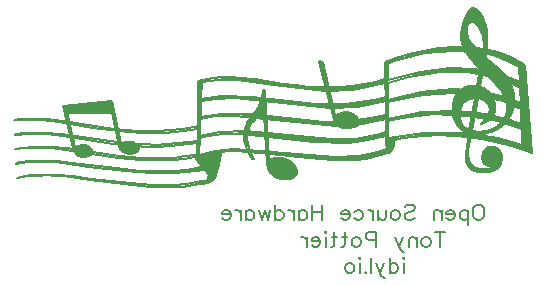
<source format=gbr>
G04 DipTrace 3.1.0.1*
G04 tas5806mROUTE.BottomSilk.gbr*
%MOIN*%
G04 #@! TF.FileFunction,Legend,Bot*
G04 #@! TF.Part,Single*
%ADD18C,0.007874*%
%ADD66C,0.00772*%
%FSLAX26Y26*%
G04*
G70*
G90*
G75*
G01*
G04 BotSilk*
%LPD*%
X740161Y962625D2*
D18*
X909852Y944096D1*
X948214Y941709D1*
X985533Y940836D1*
X1022101Y941789D1*
X1058202Y944873D1*
X1094134Y950398D1*
X1111142Y953927D1*
X1120168Y956554D1*
X1126654Y959755D1*
X1130850Y963461D1*
X1133013Y967606D1*
X1133396Y972125D1*
X1132255Y976946D1*
X1129841Y982007D1*
X1126412Y987238D1*
X1122223Y992572D1*
X1056887Y984684D1*
X1018783Y981948D1*
X980105Y981079D1*
X940651Y981869D1*
X858614Y987594D1*
X733289Y1002324D1*
X649995Y1015033D1*
X623024Y1017677D1*
X594108Y1019220D1*
X563501Y1019222D1*
X531458Y1017236D1*
X492484Y1011862D1*
X491839Y1014615D1*
X505178Y1016923D1*
X538113Y1020923D1*
X569774Y1022747D1*
X599917Y1022794D1*
X628299Y1021461D1*
X678794Y1016236D1*
X823597Y997186D1*
X906177Y989915D1*
X945531Y988142D1*
X983972Y987873D1*
X1021783Y989302D1*
X1059251Y992626D1*
X1096655Y998041D1*
X1112196Y1003680D1*
X1097440Y1020105D1*
X1094843Y1023757D1*
X1092965Y1027154D1*
X1091944Y1030259D1*
X1091925Y1033033D1*
X1089281Y1034601D1*
X1051934Y1029129D1*
X1015768Y1025713D1*
X980222Y1024181D1*
X944730Y1024360D1*
X908723Y1026075D1*
X832917Y1033419D1*
X636055Y1062146D1*
X608331Y1064706D1*
X578841Y1066083D1*
X547907Y1065852D1*
X515843Y1063587D1*
X490466Y1060175D1*
X489795Y1063010D1*
X515772Y1066560D1*
X547761Y1069025D1*
X578584Y1069600D1*
X607933Y1068663D1*
X660986Y1063773D1*
X833476Y1039428D1*
X910037Y1032448D1*
X946428Y1031004D1*
X982348Y1031146D1*
X1018390Y1033041D1*
X1055147Y1036852D1*
X1093210Y1042748D1*
X1096165Y1044315D1*
X1096706Y1081319D1*
X1038118Y1073525D1*
X1000948Y1070465D1*
X964664Y1069189D1*
X928552Y1069588D1*
X891899Y1071549D1*
X814105Y1079703D1*
X648294Y1106024D1*
X593427Y1111819D1*
X563503Y1113042D1*
X532427Y1112605D1*
X488421Y1108571D1*
X487774Y1111324D1*
X525761Y1115293D1*
X556945Y1116388D1*
X587016Y1115866D1*
X642356Y1111406D1*
X804982Y1087005D1*
X883967Y1078837D1*
X921066Y1076887D1*
X957486Y1076475D1*
X993912Y1077684D1*
X1031034Y1080600D1*
X1069535Y1085307D1*
X1096824Y1089702D1*
X1097391Y1128551D1*
X1021533Y1119094D1*
X983990Y1116407D1*
X947289Y1115315D1*
X910665Y1115806D1*
X873341Y1117865D1*
X834552Y1121476D1*
X749482Y1133301D1*
X634551Y1153323D1*
X607307Y1156639D1*
X578371Y1159037D1*
X548182Y1160129D1*
X517180Y1159522D1*
X486398Y1156903D1*
X485734Y1159735D1*
X504092Y1161612D1*
X535245Y1163206D1*
X565726Y1163093D1*
X595105Y1161618D1*
X648844Y1155951D1*
X775133Y1135232D1*
X817402Y1129608D1*
X857173Y1125572D1*
X895197Y1123118D1*
X932230Y1122241D1*
X969025Y1122932D1*
X1006336Y1125186D1*
X1044924Y1128999D1*
X1085534Y1134362D1*
X1097539Y1138690D1*
X1099770Y1289891D1*
X1115797Y1293449D1*
X1147374Y1298249D1*
X1178358Y1300669D1*
X1208345Y1301115D1*
X1236925Y1300004D1*
X1288239Y1294743D1*
X1380249Y1279702D1*
X1423706Y1273793D1*
X1464238Y1269690D1*
X1502642Y1267451D1*
X1539722Y1267134D1*
X1576277Y1268793D1*
X1613109Y1272488D1*
X1651017Y1278276D1*
X1690807Y1286211D1*
X1722564Y1293774D1*
X1721710Y1351236D1*
X1756945Y1364227D1*
X1803077Y1378257D1*
X1851421Y1389621D1*
X1901148Y1397702D1*
X1951434Y1401892D1*
X2001451Y1401579D1*
X2050374Y1396148D1*
X2097375Y1384991D1*
X2141627Y1367493D1*
X2189226Y1341320D1*
X2213356Y1046836D1*
X2174829Y1061028D1*
X2133262Y1074672D1*
X2089604Y1086113D1*
X2044270Y1095244D1*
X1997672Y1101959D1*
X1950219Y1106150D1*
X1902323Y1107710D1*
X1854400Y1106530D1*
X1806856Y1102507D1*
X1760105Y1095529D1*
X1751354Y1089428D1*
X1752268Y1083504D1*
X1751888Y1077157D1*
X1750353Y1070689D1*
X1747798Y1064400D1*
X1744360Y1058593D1*
X1740178Y1053570D1*
X1735390Y1049631D1*
X1730130Y1047079D1*
X1693678Y1037096D1*
X1657631Y1030106D1*
X1621455Y1026075D1*
X1584820Y1024560D1*
X1547400Y1025121D1*
X1468885Y1030707D1*
X1340029Y1044018D1*
X1267419Y1053235D1*
X1222139Y1055343D1*
X1197802Y1054832D1*
X1173562Y1052714D1*
X1174056Y1043400D1*
X1173046Y1032274D1*
X1167966Y1007493D1*
X1154660Y964579D1*
X1154319Y964021D1*
X1147114Y957920D1*
X1137235Y951923D1*
X1130959Y949199D1*
X1123875Y947041D1*
X1116047Y945730D1*
X1109039Y945492D1*
X1109606Y945689D1*
X1083367Y940769D1*
X1047596Y936403D1*
X1011482Y934416D1*
X974765Y934478D1*
X937185Y936251D1*
X736739Y958188D1*
X652269Y970354D1*
X625188Y972694D1*
X596110Y973832D1*
X565232Y973306D1*
X532745Y970656D1*
X494266Y964555D1*
X493867Y966262D1*
X508801Y969089D1*
X542249Y973677D1*
X574192Y975971D1*
X604441Y976386D1*
X632819Y975336D1*
X683218Y970503D1*
X740161Y962625D1*
X1730303Y1226635D2*
X1842932Y1252256D1*
X1950454Y1260610D1*
X2038626Y1254760D1*
X2108726Y1239820D1*
X2164219Y1219192D1*
X2173518Y1214749D1*
X2171306Y1265017D1*
X2123887Y1288356D1*
X2065929Y1306564D1*
X1993835Y1317724D1*
X1904811Y1318056D1*
X1802474Y1303018D1*
X1730374Y1282676D1*
X1730303Y1226635D1*
X1723646Y1221093D2*
X1630957Y1202404D1*
X1539953Y1197161D1*
X1222104Y1232178D1*
X1155617Y1230073D1*
X1109219Y1222445D1*
X1106890Y1167634D1*
X1173428Y1178933D1*
X1272215Y1178748D1*
X1517257Y1152253D1*
X1609752Y1154303D1*
X1690281Y1167353D1*
X1724318Y1176177D1*
X1723646Y1221093D1*
X1730291Y1218091D2*
X1730222Y1162487D1*
X1844659Y1184139D1*
X1960268Y1189114D1*
X2059108Y1179407D1*
X2138202Y1160028D1*
X2176560Y1145636D1*
X2174331Y1196299D1*
X2116432Y1220828D1*
X2043327Y1239383D1*
X1951615Y1248356D1*
X1847516Y1242980D1*
X1743906Y1222087D1*
X1730291Y1218091D1*
X1730210Y1153555D2*
X1730139Y1097455D1*
X1850129Y1115627D1*
X1981262Y1116154D1*
X2096875Y1100028D1*
X2179600Y1076564D1*
X2177366Y1127297D1*
X2098474Y1154942D1*
X1998255Y1173424D1*
X1886470Y1177028D1*
X1779673Y1164858D1*
X1730210Y1153555D1*
X1724510Y1163193D2*
X1646512Y1146080D1*
X1559573Y1139661D1*
X1221769Y1173381D1*
X1157864Y1170547D1*
X1106606Y1161052D1*
X1104243Y1105400D1*
X1168584Y1118115D1*
X1257316Y1120881D1*
X1541567Y1093567D1*
X1625301Y1096360D1*
X1692231Y1107846D1*
X1725197Y1116954D1*
X1724510Y1163193D1*
X1351189Y1273919D2*
X1231551Y1292358D1*
X1163396Y1292839D1*
X1111913Y1285895D1*
X1109542Y1230112D1*
X1175916Y1239760D1*
X1281428Y1236760D1*
X1490014Y1211181D1*
X1587269Y1211823D1*
X1685402Y1226461D1*
X1723429Y1235688D1*
X1722765Y1280306D1*
X1613844Y1259711D1*
X1523224Y1255224D1*
X1351189Y1273919D1*
X1730451Y1345864D2*
X1730381Y1290417D1*
X1837542Y1319080D1*
X1937052Y1330967D1*
X2018185Y1329029D1*
X2082251Y1318214D1*
X2132719Y1302028D1*
X2170471Y1283941D1*
X2168278Y1333825D1*
X2127820Y1356479D1*
X2080995Y1373962D1*
X2020807Y1386402D1*
X1947298Y1390076D1*
X1854967Y1380567D1*
X1753308Y1354152D1*
X1730451Y1345864D1*
X1729740Y1060239D2*
X1725285Y1084898D1*
X1725381Y1104749D1*
X1666207Y1090419D1*
X1600127Y1082936D1*
X1486419Y1085941D1*
X1242512Y1112895D1*
X1182220Y1112001D1*
X1132262Y1105110D1*
X1103945Y1098276D1*
X1101605Y1043291D1*
X1153684Y1055776D1*
X1216780Y1062286D1*
X1556398Y1036617D1*
X1630104Y1039260D1*
X1685486Y1047984D1*
X1729740Y1060239D1*
X1998806Y1269828D2*
X2012941Y1271621D1*
X2029184Y1270605D1*
X2039563Y1329814D1*
X2013694Y1355382D1*
X2005531Y1364862D1*
X1998105Y1374698D1*
X1991552Y1384970D1*
X1986016Y1395752D1*
X1981630Y1407122D1*
X1978534Y1419159D1*
X1976869Y1431940D1*
X1976773Y1445542D1*
X1978383Y1460043D1*
X1983335Y1480974D1*
X1989220Y1497406D1*
X1995710Y1510983D1*
X2002163Y1521474D1*
X2007936Y1528646D1*
X2010364Y1530915D1*
X2012379Y1532269D1*
X2013875Y1532659D1*
X2016951Y1531745D1*
X2023702Y1527759D1*
X2032454Y1519916D1*
X2038388Y1512770D1*
X2045810Y1500962D1*
X2049453Y1493483D1*
X2052874Y1484881D1*
X2055944Y1475100D1*
X2058531Y1464088D1*
X2060503Y1451789D1*
X2061728Y1438148D1*
X2062079Y1423112D1*
X2061421Y1406625D1*
X2056320Y1366127D1*
X2093455Y1335248D1*
X2112328Y1316728D1*
X2120965Y1306720D1*
X2128860Y1296122D1*
X2135853Y1284865D1*
X2141787Y1272881D1*
X2146508Y1260101D1*
X2149852Y1246457D1*
X2151663Y1231879D1*
X2151731Y1218652D1*
X2150198Y1205916D1*
X2147164Y1193529D1*
X2142713Y1181602D1*
X2136933Y1170245D1*
X2129907Y1159568D1*
X2121724Y1149682D1*
X2112469Y1140697D1*
X2102224Y1132722D1*
X2091080Y1125870D1*
X2079118Y1120249D1*
X2066429Y1115970D1*
X2048798Y1112562D1*
X2030026Y1111844D1*
X2009762Y1114231D1*
X1999071Y1053486D1*
X1998629Y1042307D1*
X1999524Y1032227D1*
X2001749Y1023259D1*
X2003361Y1019196D1*
X2005306Y1015416D1*
X2007581Y1011921D1*
X2010189Y1008713D1*
X2013984Y1005047D1*
X2019029Y1001406D1*
X2024425Y998567D1*
X2030046Y996441D1*
X2035760Y994941D1*
X2046933Y993458D1*
X2061108Y993703D1*
X2072665Y995694D1*
X2075904Y997255D1*
X2076823Y998168D1*
X2077269Y999161D1*
X2077311Y999705D1*
X2077180Y1000382D1*
X2076323Y1001730D1*
X2073622Y1003692D1*
X2065730Y1006597D1*
X2059505Y1008441D1*
X2055907Y1010490D1*
X2053022Y1013083D1*
X2050773Y1016104D1*
X2049088Y1019434D1*
X2047898Y1022959D1*
X2046707Y1030115D1*
X2047064Y1041571D1*
X2048362Y1047362D1*
X2050815Y1053096D1*
X2054222Y1058235D1*
X2058428Y1062600D1*
X2063277Y1066003D1*
X2068608Y1068262D1*
X2076517Y1069171D1*
X2083600Y1067966D1*
X2091361Y1065257D1*
X2095059Y1063261D1*
X2098534Y1060772D1*
X2101710Y1057739D1*
X2104513Y1054114D1*
X2106865Y1049849D1*
X2108694Y1044892D1*
X2109924Y1039197D1*
X2110475Y1032711D1*
X2110306Y1025803D1*
X2109659Y1021072D1*
X2108492Y1016566D1*
X2106816Y1012295D1*
X2104650Y1008274D1*
X2102000Y1004516D1*
X2098879Y1001030D1*
X2095301Y997832D1*
X2091277Y994932D1*
X2086818Y992344D1*
X2076654Y988151D1*
X2059409Y984608D1*
X2044013Y984106D1*
X2033201Y985249D1*
X2025585Y987045D1*
X2018000Y989911D1*
X2010751Y994055D1*
X2007348Y996672D1*
X2004142Y999686D1*
X1998991Y1006214D1*
X1995203Y1013446D1*
X1992552Y1021613D1*
X1991042Y1030701D1*
X1990672Y1040694D1*
X2002094Y1116152D1*
X1993887Y1119020D1*
X1984654Y1123526D1*
X1976406Y1129100D1*
X1969148Y1135730D1*
X1962896Y1143406D1*
X1957659Y1152119D1*
X1955093Y1157648D1*
X1952537Y1164615D1*
X1950589Y1171699D1*
X1948302Y1185836D1*
X1947801Y1199297D1*
X1948668Y1211318D1*
X1950470Y1221136D1*
X1953050Y1228588D1*
X1958619Y1239181D1*
X1965028Y1248302D1*
X1972261Y1255937D1*
X1980311Y1262076D1*
X1989163Y1266710D1*
X1998806Y1269828D1*
X2033299Y1473346D2*
X2019991Y1485720D1*
X2011051Y1486853D1*
X2003328Y1482682D1*
X1996416Y1472999D1*
X1994073Y1464218D1*
X1994096Y1448701D1*
X1997849Y1432762D1*
X2007294Y1414434D1*
X2047411Y1373428D1*
X2051958Y1409614D1*
X2049256Y1437157D1*
X2039080Y1464396D1*
X2033299Y1473346D1*
X2011217Y1120710D2*
X2033407Y1117816D1*
X2054360Y1119241D1*
X2064123Y1121379D1*
X2075811Y1125316D1*
X2086588Y1130496D1*
X2096365Y1136798D1*
X2105055Y1144102D1*
X2112572Y1152285D1*
X2118829Y1161226D1*
X2123738Y1170804D1*
X2127209Y1180896D1*
X2129159Y1191383D1*
X2129501Y1202142D1*
X2128144Y1213051D1*
X2125138Y1224493D1*
X2118697Y1240672D1*
X2110286Y1255685D1*
X2096612Y1274197D1*
X2048441Y1321720D1*
X2038738Y1268597D1*
X2050314Y1264122D1*
X2059677Y1258302D1*
X2067921Y1250866D1*
X2076199Y1239917D1*
X2082093Y1228084D1*
X2086575Y1212944D1*
X2088160Y1198836D1*
X2087493Y1189001D1*
X2085142Y1180967D1*
X2080573Y1172031D1*
X2074298Y1164041D1*
X2066364Y1157046D1*
X2056822Y1151092D1*
X2043592Y1145524D1*
X2059605Y1162407D1*
X2065175Y1171113D1*
X2069629Y1182112D1*
X2071720Y1192282D1*
X2071020Y1199819D1*
X2067619Y1208953D1*
X2062430Y1216803D1*
X2055517Y1223520D1*
X2047370Y1228552D1*
X2038213Y1231778D1*
X2032029Y1232799D1*
X2011012Y1120759D1*
X2011217Y1120710D1*
X1973399Y1149833D2*
X1980769Y1137724D1*
X1993173Y1127634D1*
X2003345Y1123332D1*
X2022425Y1233030D1*
X2005370Y1230088D1*
X1991424Y1223255D1*
X1979354Y1210793D1*
X1971735Y1190421D1*
X1969554Y1169539D1*
X1971400Y1155878D1*
X1973399Y1149833D1*
X1279818Y1029009D2*
X1285077Y1029325D1*
X1273180Y1051975D1*
X1267219Y1067425D1*
X1263463Y1081573D1*
X1261617Y1094430D1*
X1261597Y1109587D1*
X1263720Y1122497D1*
X1267276Y1133192D1*
X1272996Y1144142D1*
X1279908Y1153327D1*
X1289609Y1162417D1*
X1299744Y1168971D1*
X1309518Y1173109D1*
X1319573Y1175072D1*
X1329846Y1011577D1*
X1332361Y999723D1*
X1335924Y990276D1*
X1340226Y982921D1*
X1344957Y977348D1*
X1351398Y972144D1*
X1362810Y966341D1*
X1379390Y962736D1*
X1396808Y962190D1*
X1413630Y965529D1*
X1423010Y970846D1*
X1426207Y974448D1*
X1428064Y979008D1*
X1428341Y986060D1*
X1426927Y992180D1*
X1422592Y1001299D1*
X1415810Y1010318D1*
X1406930Y1018446D1*
X1398545Y1023776D1*
X1389219Y1027623D1*
X1377161Y1029957D1*
X1353461Y1029495D1*
X1335875Y1026290D1*
X1321923Y1256807D1*
X1314646Y1256367D1*
X1314256Y1243699D1*
X1312387Y1232113D1*
X1307987Y1218147D1*
X1300176Y1202688D1*
X1263346Y1152251D1*
X1260280Y1146068D1*
X1257638Y1139184D1*
X1254110Y1125514D1*
X1252652Y1112114D1*
X1252936Y1099146D1*
X1254633Y1086774D1*
X1259113Y1069697D1*
X1266980Y1050549D1*
X1279818Y1029009D1*
X707530Y1036760D2*
X719009Y1035585D1*
X733530Y1037829D1*
X741568Y1041551D1*
X745449Y1045052D1*
X746923Y1047760D1*
X747290Y1051651D1*
X746268Y1055639D1*
X743458Y1060546D1*
X737820Y1066441D1*
X730331Y1071291D1*
X723379Y1073858D1*
X711908Y1074671D1*
X688415Y1068345D1*
X661332Y1183707D1*
X813008Y1181680D1*
X833545Y1073970D1*
X835520Y1067916D1*
X837948Y1062937D1*
X840722Y1058920D1*
X845293Y1054445D1*
X850029Y1051491D1*
X864579Y1047331D1*
X879379Y1047732D1*
X890652Y1050954D1*
X896730Y1054932D1*
X898941Y1057577D1*
X899958Y1060341D1*
X899659Y1065215D1*
X897831Y1069547D1*
X894219Y1074441D1*
X887776Y1080018D1*
X881421Y1083526D1*
X874308Y1085723D1*
X861214Y1085739D1*
X841163Y1079803D1*
X811945Y1222097D1*
X649991Y1205659D1*
X684360Y1059646D1*
X687622Y1051605D1*
X691507Y1045797D1*
X695726Y1041815D1*
X701381Y1038643D1*
X707530Y1036760D1*
X1556563Y1175458D2*
X1556286Y1175331D1*
X1514692Y1352463D1*
X1501013Y1353316D1*
X1552612Y1160472D1*
X1558046Y1149626D1*
X1564290Y1142239D1*
X1572556Y1136617D1*
X1588605Y1132092D1*
X1614075Y1134328D1*
X1627005Y1140131D1*
X1632682Y1145962D1*
X1634146Y1151356D1*
X1632714Y1158471D1*
X1627362Y1167033D1*
X1617749Y1175615D1*
X1606408Y1181386D1*
X1588056Y1183715D1*
X1556563Y1175458D1*
X1998693Y1270314D2*
X2014808Y1272152D1*
X2028514Y1271194D1*
X2039125Y1329525D1*
X2014049Y1354252D1*
X2001865Y1368707D1*
X1991500Y1384056D1*
X1987150Y1392151D1*
X1983433Y1400568D1*
X1980413Y1409344D1*
X1978147Y1418510D1*
X1976696Y1428102D1*
X1976119Y1438152D1*
X1976478Y1448694D1*
X1977831Y1459762D1*
X1981618Y1476815D1*
X1988369Y1496630D1*
X1996028Y1512550D1*
X2003558Y1524193D1*
X2007993Y1529390D1*
X2011598Y1532403D1*
X2012993Y1533055D1*
X2013951Y1533152D1*
X2017562Y1532035D1*
X2025692Y1526849D1*
X2033794Y1519189D1*
X2041118Y1509756D1*
X2046776Y1500196D1*
X2052186Y1488167D1*
X2056891Y1473482D1*
X2060437Y1455951D1*
X2062366Y1435388D1*
X2062223Y1411601D1*
X2056755Y1366472D1*
X2099533Y1330333D1*
X2113612Y1316066D1*
X2126316Y1300581D1*
X2131984Y1292310D1*
X2137100Y1283646D1*
X2141598Y1274558D1*
X2145413Y1265017D1*
X2148472Y1254993D1*
X2150709Y1244458D1*
X2152055Y1233381D1*
X2152394Y1223054D1*
X2151780Y1213286D1*
X2150272Y1203681D1*
X2147915Y1194287D1*
X2144739Y1185154D1*
X2140782Y1176327D1*
X2136085Y1167854D1*
X2130682Y1159785D1*
X2124614Y1152167D1*
X2117913Y1145047D1*
X2110619Y1138475D1*
X2102772Y1132496D1*
X2094404Y1127160D1*
X2085554Y1122514D1*
X2076260Y1118608D1*
X2058030Y1113488D1*
X2038341Y1111310D1*
X2010429Y1113593D1*
X2009903Y1112273D1*
X1999597Y1053752D1*
X1999156Y1041217D1*
X2000419Y1030092D1*
X2002203Y1023467D1*
X2004744Y1017483D1*
X2008033Y1012147D1*
X2012155Y1007386D1*
X2015732Y1004277D1*
X2019568Y1001659D1*
X2023600Y999492D1*
X2032033Y996365D1*
X2040584Y994589D1*
X2052646Y993795D1*
X2071198Y995781D1*
X2075114Y997323D1*
X2076479Y998549D1*
X2076815Y999549D1*
X2076677Y1000298D1*
X2075797Y1001551D1*
X2072270Y1003824D1*
X2059517Y1007911D1*
X2055469Y1010251D1*
X2052108Y1013444D1*
X2049458Y1017445D1*
X2047542Y1022203D1*
X2046382Y1027671D1*
X2046117Y1037093D1*
X2047387Y1045801D1*
X2049951Y1052517D1*
X2053797Y1058496D1*
X2058693Y1063463D1*
X2062420Y1066080D1*
X2066444Y1068046D1*
X2075369Y1069710D1*
X2082285Y1068783D1*
X2088285Y1067070D1*
X2094093Y1064424D1*
X2099445Y1060676D1*
X2101867Y1058333D1*
X2104076Y1055651D1*
X2106037Y1052608D1*
X2107720Y1049180D1*
X2109092Y1045346D1*
X2110117Y1041087D1*
X2110764Y1036379D1*
X2110811Y1025883D1*
X2109638Y1018723D1*
X2107278Y1012097D1*
X2103780Y1006049D1*
X2099180Y1000621D1*
X2093524Y995857D1*
X2086857Y991801D1*
X2079218Y988495D1*
X2059017Y984068D1*
X2041272Y983761D1*
X2030017Y985377D1*
X2021285Y987982D1*
X2012802Y992123D1*
X2007507Y995890D1*
X2002654Y1000567D1*
X1998850Y1005521D1*
X1995801Y1010904D1*
X1992453Y1019987D1*
X1990587Y1030259D1*
X1990198Y1041701D1*
X2000997Y1112630D1*
X2000016Y1116269D1*
X1988887Y1120713D1*
X1979016Y1126534D1*
X1970415Y1133718D1*
X1963102Y1142253D1*
X1957096Y1152126D1*
X1953081Y1161423D1*
X1949911Y1172198D1*
X1948021Y1182951D1*
X1947177Y1198366D1*
X1948175Y1212000D1*
X1950382Y1222818D1*
X1952346Y1228239D1*
X1958723Y1240301D1*
X1966186Y1250454D1*
X1971757Y1256155D1*
X1977798Y1260996D1*
X1984303Y1264972D1*
X1991272Y1268080D1*
X1998693Y1270314D1*
X1956266Y1154982D2*
X1961192Y1145953D1*
X1967135Y1137959D1*
X1974087Y1131009D1*
X1982035Y1125113D1*
X1990969Y1120281D1*
X2002105Y1116138D1*
X1991207Y1049388D1*
X1990655Y1038675D1*
X1991247Y1028856D1*
X1992980Y1019948D1*
X1995854Y1011961D1*
X1999864Y1004912D1*
X2002303Y1001731D1*
X2005367Y998461D1*
X2008655Y995605D1*
X2015740Y991029D1*
X2023255Y987795D1*
X2034664Y985005D1*
X2054033Y984182D1*
X2070682Y986503D1*
X2078764Y988862D1*
X2083894Y990924D1*
X2088609Y993316D1*
X2092899Y996028D1*
X2096751Y999045D1*
X2100152Y1002357D1*
X2103089Y1005950D1*
X2105554Y1009812D1*
X2107530Y1013933D1*
X2109008Y1018297D1*
X2109972Y1022892D1*
X2110450Y1028349D1*
X2110346Y1035339D1*
X2109521Y1041510D1*
X2108049Y1046912D1*
X2106007Y1051593D1*
X2103467Y1055602D1*
X2100510Y1058991D1*
X2097207Y1061806D1*
X2093636Y1064097D1*
X2089874Y1065913D1*
X2082068Y1068320D1*
X2073461Y1069151D1*
X2069997Y1068626D1*
X2064857Y1066822D1*
X2059846Y1063747D1*
X2055428Y1059656D1*
X2051760Y1054734D1*
X2048999Y1049163D1*
X2047303Y1043126D1*
X2046581Y1035455D1*
X2046836Y1028740D1*
X2048308Y1021568D1*
X2049684Y1018105D1*
X2051579Y1014881D1*
X2054068Y1012013D1*
X2057224Y1009618D1*
X2061118Y1007815D1*
X2071522Y1004689D1*
X2075077Y1002795D1*
X2076551Y1001469D1*
X2077003Y1000794D1*
X2077256Y1000117D1*
X2077219Y998962D1*
X2076681Y997983D1*
X2074988Y996671D1*
X2068475Y994675D1*
X2055102Y993341D1*
X2044816Y993613D1*
X2033528Y995457D1*
X2027835Y997192D1*
X2022286Y999585D1*
X2017010Y1002727D1*
X2012140Y1006706D1*
X2009131Y1009930D1*
X2006654Y1013251D1*
X2004508Y1016857D1*
X2001210Y1024920D1*
X1999244Y1034106D1*
X1998609Y1044403D1*
X1999312Y1055794D1*
X2009770Y1114235D1*
X2027706Y1111951D1*
X2046537Y1112322D1*
X2061210Y1114668D1*
X2071463Y1117474D1*
X2083878Y1122289D1*
X2095530Y1128403D1*
X2106333Y1135706D1*
X2116201Y1144089D1*
X2125050Y1153438D1*
X2132793Y1163647D1*
X2139343Y1174602D1*
X2144614Y1186196D1*
X2148522Y1198315D1*
X2150979Y1210850D1*
X2151903Y1223693D1*
X2151148Y1237684D1*
X2148719Y1251888D1*
X2144822Y1265188D1*
X2139609Y1277648D1*
X2133240Y1289341D1*
X2125878Y1300333D1*
X2117675Y1310693D1*
X2099382Y1329790D1*
X2056231Y1366361D1*
X2060469Y1395836D1*
X2061806Y1413234D1*
X2062056Y1429150D1*
X2061349Y1443634D1*
X2059815Y1456745D1*
X2057588Y1468535D1*
X2054797Y1479060D1*
X2051572Y1488374D1*
X2048050Y1496531D1*
X2044356Y1503588D1*
X2036988Y1514613D1*
X2029257Y1523126D1*
X2021072Y1529542D1*
X2015278Y1532366D1*
X2013303Y1532617D1*
X2011648Y1531852D1*
X2009461Y1530136D1*
X2004025Y1524022D1*
X1997713Y1514518D1*
X1991165Y1501858D1*
X1985028Y1486272D1*
X1979944Y1467992D1*
X1977543Y1454273D1*
X1976615Y1440131D1*
X1977340Y1426860D1*
X1979581Y1414378D1*
X1983197Y1402610D1*
X1988049Y1391478D1*
X1993997Y1380904D1*
X2000907Y1370812D1*
X2008636Y1361123D1*
X2026004Y1342648D1*
X2039660Y1329701D1*
X2029178Y1270594D1*
X2014457Y1271651D1*
X2002455Y1270575D1*
X1992020Y1267822D1*
X1982924Y1263648D1*
X1974630Y1257967D1*
X1967146Y1250787D1*
X1960484Y1242119D1*
X1954657Y1231974D1*
X1952315Y1226924D1*
X1950066Y1219430D1*
X1948411Y1209121D1*
X1947780Y1196759D1*
X1948594Y1183106D1*
X1951281Y1168927D1*
X1953461Y1161877D1*
X1956266Y1154982D1*
X2021203Y1175163D2*
X2032068Y1232820D1*
X2041644Y1230823D1*
X2050462Y1226925D1*
X2058186Y1221265D1*
X2065122Y1213189D1*
X2069722Y1204175D1*
X2071618Y1196289D1*
X2071610Y1191110D1*
X2068717Y1179283D1*
X2063932Y1168864D1*
X2054651Y1156589D1*
X2043559Y1145486D1*
X2057290Y1151340D1*
X2066759Y1157341D1*
X2074619Y1164383D1*
X2080819Y1172417D1*
X2085306Y1181395D1*
X2087549Y1189316D1*
X2088060Y1201458D1*
X2085932Y1215894D1*
X2080843Y1231054D1*
X2074715Y1242243D1*
X2066079Y1252765D1*
X2057562Y1259825D1*
X2047946Y1265253D1*
X2038715Y1268644D1*
X2048444Y1321724D1*
X2085696Y1286413D1*
X2100902Y1268886D1*
X2110845Y1254804D1*
X2119147Y1239726D1*
X2125455Y1223471D1*
X2128339Y1212056D1*
X2129537Y1201156D1*
X2129049Y1190417D1*
X2126955Y1179961D1*
X2123349Y1169909D1*
X2118315Y1160385D1*
X2111938Y1151508D1*
X2104311Y1143400D1*
X2095518Y1136182D1*
X2085648Y1129976D1*
X2074783Y1124904D1*
X2054017Y1119185D1*
X2033054Y1117828D1*
X2010991Y1120790D1*
X2021203Y1175163D1*
X2127446Y1213940D2*
X2122198Y1231345D1*
X2114644Y1247416D1*
X2102546Y1265920D1*
X2075588Y1295928D1*
X2048778Y1320748D1*
X2039366Y1269425D1*
X2040572Y1268576D1*
X2053265Y1263108D1*
X2064345Y1255091D1*
X2073640Y1244668D1*
X2081349Y1231140D1*
X2086971Y1213474D1*
X2088663Y1197131D1*
X2087576Y1186913D1*
X2083680Y1176474D1*
X2078411Y1168084D1*
X2069954Y1159253D1*
X2059244Y1151844D1*
X2042119Y1144472D1*
X2060037Y1163823D1*
X2066589Y1175214D1*
X2070171Y1186152D1*
X2071256Y1194308D1*
X2069395Y1203621D1*
X2063458Y1214685D1*
X2055937Y1222550D1*
X2046684Y1228327D1*
X2036119Y1231719D1*
X2032419Y1232165D1*
X2011606Y1121127D1*
X2036560Y1118266D1*
X2059839Y1120831D1*
X2071748Y1124294D1*
X2084450Y1129898D1*
X2095840Y1137030D1*
X2105781Y1145501D1*
X2114138Y1155126D1*
X2120778Y1165713D1*
X2125563Y1177076D1*
X2127657Y1184990D1*
X2128825Y1193108D1*
X2129034Y1201377D1*
X2128236Y1209740D1*
X2127446Y1213940D1*
X2009878Y1231332D2*
X2022528Y1232946D1*
X2003016Y1123139D1*
X1987496Y1131396D1*
X1977718Y1141714D1*
X1972454Y1152361D1*
X1969652Y1167193D1*
X1972238Y1192560D1*
X1979108Y1210406D1*
X1988831Y1221298D1*
X2000521Y1228289D1*
X2009878Y1231332D1*
X1973858Y1150020D2*
X1984895Y1134211D1*
X2002907Y1123707D1*
X2021944Y1232507D1*
X2000316Y1227659D1*
X1983130Y1215041D1*
X1972717Y1192438D1*
X1970207Y1166289D1*
X1973858Y1150020D1*
X2047409Y1373421D2*
X2014682Y1404621D1*
X2002091Y1423161D1*
X1995747Y1439618D1*
X1993684Y1454654D1*
X1995427Y1470413D1*
X2001524Y1480920D1*
X2008522Y1486013D1*
X2016125Y1487100D1*
X2029398Y1478051D1*
X2042018Y1458655D1*
X2049780Y1434644D1*
X2051927Y1408126D1*
X2047409Y1373421D1*
X2032903Y1473049D2*
X2018972Y1485671D1*
X2011115Y1486356D1*
X2003030Y1481745D1*
X1996076Y1470786D1*
X1994239Y1459874D1*
X1995517Y1442882D1*
X2001644Y1425150D1*
X2018362Y1401127D1*
X2047070Y1374354D1*
X2051472Y1410828D1*
X2047753Y1441272D1*
X2032903Y1473049D1*
X1280471Y1176703D2*
X1297979Y1200106D1*
X1306173Y1215163D1*
X1311026Y1228727D1*
X1313319Y1239966D1*
X1314202Y1252247D1*
X1314135Y1256836D1*
X1322390Y1257333D1*
X1336337Y1026924D1*
X1362479Y1030756D1*
X1379717Y1030155D1*
X1389366Y1028098D1*
X1398773Y1024217D1*
X1409175Y1017308D1*
X1417739Y1008860D1*
X1424115Y999671D1*
X1427406Y992320D1*
X1428986Y984383D1*
X1428361Y978140D1*
X1426230Y973576D1*
X1419573Y967812D1*
X1407865Y963269D1*
X1394601Y961583D1*
X1373411Y963129D1*
X1361518Y966307D1*
X1351109Y971734D1*
X1344608Y976979D1*
X1339835Y982597D1*
X1335492Y990005D1*
X1331895Y999521D1*
X1329357Y1011457D1*
X1319109Y1174546D1*
X1310850Y1172991D1*
X1301848Y1169428D1*
X1292633Y1163904D1*
X1283747Y1156469D1*
X1275726Y1147169D1*
X1270604Y1139001D1*
X1265832Y1127941D1*
X1262916Y1116168D1*
X1261791Y1102161D1*
X1262555Y1090173D1*
X1265026Y1076898D1*
X1269510Y1062325D1*
X1279136Y1040852D1*
X1285929Y1028878D1*
X1279504Y1028598D1*
X1269273Y1044995D1*
X1261003Y1062972D1*
X1255714Y1079584D1*
X1253278Y1091820D1*
X1252121Y1104782D1*
X1252594Y1118293D1*
X1255045Y1132178D1*
X1257122Y1139207D1*
X1265080Y1156144D1*
X1280471Y1176703D1*
X682186Y1066340D2*
X649448Y1206104D1*
X812340Y1222639D1*
X841533Y1080516D1*
X862605Y1086428D1*
X872215Y1086549D1*
X878588Y1085131D1*
X886350Y1081525D1*
X892822Y1076570D1*
X897570Y1070927D1*
X900207Y1065059D1*
X900500Y1060714D1*
X899415Y1057407D1*
X895547Y1053281D1*
X886790Y1048930D1*
X871138Y1046541D1*
X856310Y1048643D1*
X849402Y1051241D1*
X844978Y1054045D1*
X840698Y1058150D1*
X836852Y1063864D1*
X833726Y1071490D1*
X812646Y1180949D1*
X812455Y1181190D1*
X662077Y1183199D1*
X662033Y1182899D1*
X688761Y1069052D1*
X710545Y1075042D1*
X720507Y1074942D1*
X727252Y1073164D1*
X734822Y1069276D1*
X741026Y1064152D1*
X745427Y1058457D1*
X747562Y1053097D1*
X747675Y1048810D1*
X746432Y1045571D1*
X742272Y1041437D1*
X733266Y1037230D1*
X717448Y1035068D1*
X704469Y1037050D1*
X698156Y1039633D1*
X694152Y1042417D1*
X690264Y1046521D1*
X686718Y1052262D1*
X683740Y1059961D1*
X682186Y1066340D1*
X1556633Y1176035D2*
X1588567Y1184245D1*
X1599605Y1183694D1*
X1610963Y1180054D1*
X1622503Y1172594D1*
X1630164Y1164177D1*
X1634367Y1154660D1*
X1634167Y1148213D1*
X1631316Y1143278D1*
X1621163Y1136287D1*
X1599030Y1131478D1*
X1581833Y1132839D1*
X1571412Y1136629D1*
X1563962Y1141848D1*
X1557652Y1149302D1*
X1552161Y1160244D1*
X1500356Y1353857D1*
X1515098Y1352937D1*
X1556633Y1176035D1*
X1514701Y1352463D2*
X1501022Y1353315D1*
X1552844Y1159866D1*
X1558329Y1149202D1*
X1564597Y1141961D1*
X1572852Y1136474D1*
X1588798Y1132075D1*
X1613661Y1134217D1*
X1626731Y1139938D1*
X1632573Y1145772D1*
X1634136Y1151126D1*
X1632819Y1158206D1*
X1627790Y1166518D1*
X1618369Y1175188D1*
X1607147Y1181118D1*
X1588930Y1183768D1*
X1556286Y1175331D1*
X1514701Y1352463D1*
G36*
X1500337Y1350731D2*
X1516084D1*
X1555454Y1177503D1*
X1586951Y1181440D1*
X1614509Y1177503D1*
X1634194Y1161755D1*
X1630259Y1142070D1*
X1614509Y1134196D1*
X1594824Y1130259D1*
X1575139Y1134196D1*
X1559392Y1146007D1*
X1551518Y1169629D1*
D1*
X1500337Y1350731D1*
G37*
G36*
X1334983Y1027896D2*
X1362542D1*
X1386164D1*
X1409786Y1016085D1*
X1429471Y988526D1*
X1425534Y968841D1*
X1401912Y960967D1*
X1370416D1*
X1346794Y972778D1*
X1331046Y996400D1*
X1327109Y1043644D1*
X1319234Y1173566D1*
X1303487Y1169629D1*
X1287739Y1161755D1*
X1275928Y1146007D1*
X1264117Y1126322D1*
X1260178Y1098762D1*
X1268054Y1067266D1*
X1260178D1*
X1252306Y1102699D1*
X1260178Y1146007D1*
X1291676Y1189314D1*
X1307424Y1216873D1*
X1315298Y1252306D1*
X1323172Y1256243D1*
Y1252306D1*
X1334983Y1027896D1*
G37*
G36*
X653881Y1205062D2*
X811361Y1220810D1*
X842857Y1079077D1*
X866478Y1086951D1*
X890101Y1079077D1*
X897975Y1067266D1*
Y1055455D1*
X886163Y1047581D1*
X858605D1*
X838920Y1059392D1*
X831046Y1090888D1*
X811361Y1181440D1*
X661755Y1185377D1*
X689312Y1067266D1*
X708997Y1075140D1*
X732621Y1071203D1*
X744432Y1059392D1*
Y1043644D1*
X728682Y1035770D1*
X705062D1*
X689312Y1047581D1*
X649942Y1205062D1*
D1*
X653881D1*
G37*
G36*
X2055455Y1366479D2*
X2098762Y1331046D1*
X2126320Y1299550D1*
X2146005Y1264117D1*
X2153881Y1224747D1*
X2142070Y1177503D1*
X2114510Y1142070D1*
X2083014Y1122385D1*
X2118448Y1161755D1*
X2130259Y1185377D1*
X2122385Y1232621D1*
X2086950Y1283802D1*
X2031833Y1338920D1*
X1992463Y1382227D1*
X1976715Y1425534D1*
X1980652Y1472778D1*
X1996400Y1512148D1*
X2012148Y1531833D1*
Y1484589D1*
X1996400Y1476715D1*
Y1453093D1*
X2004274Y1417660D1*
X2039707Y1378290D1*
X2047580Y1374353D1*
X2051518Y1405849D1*
X2047580Y1449156D1*
X2031833Y1472778D1*
X2012148Y1484589D1*
Y1531833D1*
X2027895Y1527896D1*
X2051518Y1488526D1*
X2063329Y1445219D1*
X2059392Y1394038D1*
D1*
X2055455Y1366479D1*
G37*
G36*
X2039707Y1327109D2*
X2027895Y1271991D1*
X2004274D1*
X1968840Y1256243D1*
X1953093Y1224747D1*
X1949155Y1201125D1*
X1953093Y1165692D1*
X1968840Y1134196D1*
X1984589Y1122385D1*
X1996400Y1118448D1*
Y1126322D1*
X1984589Y1134196D1*
X1972778Y1153881D1*
Y1189314D1*
X1984589Y1220810D1*
X2004274Y1228684D1*
X2023959Y1232621D1*
X2047580Y1228684D1*
X2067265Y1208999D1*
X2071203Y1181440D1*
X2055455Y1157818D1*
X2075140Y1161755D1*
X2086950Y1189314D1*
Y1216873D1*
X2071203Y1252306D1*
X2039707Y1268054D1*
X2051518Y1327109D1*
D1*
X2039707D1*
G37*
G36*
X2023959Y1240495D2*
Y1236558D1*
X2000337Y1114510D1*
X2012148Y1110573D1*
X2035770Y1244432D1*
D1*
X2023959Y1240495D1*
G37*
G36*
X2075140Y1071203D2*
X2098762Y1063329D1*
X2110573Y1039707D1*
X2106635Y1012148D1*
X2090888Y992463D1*
X2059392Y984589D1*
X2031833D1*
X2008210Y996400D1*
X1996400Y1012148D1*
X1992463Y1043644D1*
X2000337D1*
X2004274Y1012148D1*
X2035770Y992463D1*
X2071203D1*
X2075140Y1000337D1*
X2059392Y1012148D1*
X2051518Y1016085D1*
X2047580Y1035770D1*
X2055455Y1059392D1*
D1*
X2075140Y1071203D1*
G37*
G36*
X1724747Y1094825D2*
X1764117Y1102699D1*
Y1094825D1*
X1752304Y1090888D1*
Y1075140D1*
X1740495Y1051518D1*
X1689314Y1035770D1*
X1618448Y1023959D1*
X1543644D1*
X1334983Y1043644D1*
Y1051518D1*
X1370416D1*
X1559392Y1035770D1*
X1634194Y1039707D1*
X1728684Y1059392D1*
D1*
X1724747Y1094825D1*
G37*
G36*
X1086951Y1039707D2*
X1153881Y1055455D1*
X1177503D1*
X1169629Y1008211D1*
X1153881Y960967D1*
X1122383Y945219D1*
X1083013Y941282D1*
X1086951Y949156D1*
X1126322Y957030D1*
X1134196Y968841D1*
X1122383Y992463D1*
X1059392Y984589D1*
Y992463D1*
X1110573Y1000337D1*
D1*
X1086951Y1039707D1*
G37*
G36*
X2169629Y1350731D2*
X2181440Y1059392D1*
X2212936Y1047581D1*
X2189314Y1342857D1*
D1*
X2169629Y1350731D1*
G37*
G36*
X1098762Y1287739D2*
X1114510Y1291676D1*
X1102698Y1043644D1*
X1094825D1*
Y1079077D1*
X1075140D1*
Y1086951D1*
X1094825Y1090888D1*
Y1130259D1*
X1083013D1*
X1098762Y1142070D1*
Y1146007D1*
Y1287739D1*
G37*
G36*
X2181440Y1346794D2*
X2118448Y1378290D1*
X2059392Y1394038D1*
X1968840Y1401912D1*
X1913723Y1397975D1*
X1842857Y1386164D1*
X1720810Y1350731D1*
Y1342857D1*
X1842857Y1378290D1*
X1960967Y1390101D1*
X2055455Y1382227D1*
X2098762Y1366479D1*
X2181440Y1327109D1*
D1*
Y1346794D1*
G37*
G36*
X1720810D2*
X1732619Y1350731D1*
Y1098762D1*
X1724747Y1102699D1*
D1*
X1720810Y1346794D1*
G37*
G36*
X2177503Y1287739D2*
Y1260180D1*
X2130259Y1283802D1*
X2031833Y1311361D1*
X1996400Y1319235D1*
X1894038Y1315298D1*
X1791675Y1299550D1*
X1838920Y1319235D1*
X1945219Y1331046D1*
X2035770Y1327109D1*
X2138133Y1299550D1*
X2169629Y1283802D1*
D1*
X2177503Y1287739D1*
G37*
G36*
X2181440Y1216873D2*
Y1193251D1*
X2161755Y1201125D1*
X2106635Y1224747D1*
X1953093Y1248369D1*
X1850730Y1244432D1*
X1728684Y1216873D1*
Y1224747D1*
X1854668Y1252306D1*
X1953093Y1260180D1*
X2086950Y1244432D1*
X2146005Y1224747D1*
D1*
X2181440Y1216873D1*
G37*
G36*
X2185375Y1149944D2*
Y1122385D1*
X2114510Y1149944D1*
X2035770Y1165692D1*
X1996400Y1173566D1*
X1886164Y1177503D1*
X1768054Y1161755D1*
X1728684Y1153881D1*
Y1161755D1*
X1858605Y1185377D1*
X1957030Y1189314D1*
X2031833Y1181440D1*
X2118448Y1165692D1*
X2177503Y1146007D1*
X2181440D1*
X2185375Y1149944D1*
G37*
G36*
Y1079077D2*
Y1075140D1*
Y1059392D1*
X2110573Y1079077D1*
X2023959Y1098762D1*
X1949155Y1106636D1*
X1862542D1*
X1811360Y1102699D1*
X1823172Y1110573D1*
X1846794Y1114510D1*
X1992463D1*
X2079077Y1102699D1*
X2181440Y1075140D1*
D1*
X2185375Y1079077D1*
G37*
G36*
X1724747Y1295613D2*
Y1279865D1*
X1614509Y1260180D1*
X1531833Y1256243D1*
X1449156Y1264117D1*
X1334983Y1275928D1*
X1264117Y1287739D1*
X1212936Y1291676D1*
X1169629D1*
X1177503Y1299550D1*
X1252306D1*
X1354668Y1283802D1*
X1445219Y1271991D1*
X1527896Y1268054D1*
X1610573Y1271991D1*
X1661755Y1279865D1*
X1724747Y1295613D1*
G37*
G36*
Y1236558D2*
Y1220810D1*
X1630259Y1201125D1*
X1535769Y1197188D1*
X1319234Y1220810D1*
X1228684Y1232621D1*
X1232621Y1236558D1*
X1268054D1*
X1496399Y1208999D1*
X1602699Y1212936D1*
D1*
X1724747Y1236558D1*
G37*
G36*
X1161753D2*
X1201123Y1240495D1*
Y1232621D1*
X1157818Y1228684D1*
D1*
X1161753Y1236558D1*
G37*
G36*
X1244432Y1177503D2*
Y1169629D1*
X1382227Y1157818D1*
X1535769Y1142070D1*
X1606636D1*
X1657818Y1146007D1*
X1728684Y1165692D1*
Y1177503D1*
X1708999Y1173566D1*
X1634194Y1157818D1*
X1543644Y1153881D1*
X1500337D1*
X1374353Y1165692D1*
X1291676Y1177503D1*
D1*
X1244432D1*
G37*
G36*
X1728684Y1118448D2*
Y1102699D1*
X1665692Y1090888D1*
X1598762Y1083014D1*
X1492463Y1086951D1*
X1401912Y1094825D1*
X1295613Y1106636D1*
X1232621Y1114510D1*
Y1118448D1*
X1256243Y1122385D1*
X1358604Y1110573D1*
X1547581Y1094825D1*
X1626322D1*
D1*
X1728684Y1118448D1*
G37*
X2038198Y875899D2*
D66*
X2043007Y873523D1*
X2047760Y868714D1*
X2050192Y863961D1*
X2052568Y856776D1*
Y844782D1*
X2050192Y837653D1*
X2047760Y832844D1*
X2043007Y828091D1*
X2038198Y825659D1*
X2028637D1*
X2023884Y828091D1*
X2019075Y832844D1*
X2016699Y837653D1*
X2014322Y844782D1*
Y856776D1*
X2016699Y863961D1*
X2019075Y868714D1*
X2023884Y873523D1*
X2028637Y875899D1*
X2038198D1*
X1998883Y859152D2*
Y808912D1*
Y851967D2*
X1994074Y856721D1*
X1989321Y859152D1*
X1982136D1*
X1977328Y856721D1*
X1972574Y851967D1*
X1970143Y844782D1*
Y839974D1*
X1972574Y832844D1*
X1977328Y828036D1*
X1982136Y825659D1*
X1989321D1*
X1994074Y828036D1*
X1998883Y832844D1*
X1954703Y844782D2*
X1926018D1*
Y849591D1*
X1928395Y854399D1*
X1930772Y856776D1*
X1935580Y859152D1*
X1942765D1*
X1947518Y856776D1*
X1952327Y851967D1*
X1954703Y844782D1*
Y840029D1*
X1952327Y832844D1*
X1947518Y828091D1*
X1942765Y825659D1*
X1935580D1*
X1930772Y828091D1*
X1926018Y832844D1*
X1910579Y859152D2*
Y825659D1*
Y849591D2*
X1903394Y856776D1*
X1898586Y859152D1*
X1891456D1*
X1886647Y856776D1*
X1884271Y849591D1*
Y825659D1*
X1786737Y868714D2*
X1791490Y873523D1*
X1798676Y875899D1*
X1808237D1*
X1815422Y873523D1*
X1820231Y868714D1*
Y863961D1*
X1817799Y859152D1*
X1815422Y856776D1*
X1810669Y854399D1*
X1796299Y849591D1*
X1791490Y847214D1*
X1789114Y844782D1*
X1786737Y840029D1*
Y832844D1*
X1791490Y828091D1*
X1798676Y825659D1*
X1808237D1*
X1815422Y828091D1*
X1820231Y832844D1*
X1759360Y859152D2*
X1764113Y856776D1*
X1768921Y851967D1*
X1771298Y844782D1*
Y840029D1*
X1768921Y832844D1*
X1764113Y828091D1*
X1759360Y825659D1*
X1752175D1*
X1747366Y828091D1*
X1742613Y832844D1*
X1740181Y840029D1*
Y844782D1*
X1742613Y851967D1*
X1747366Y856776D1*
X1752175Y859152D1*
X1759360D1*
X1724742D2*
Y835221D1*
X1722365Y828091D1*
X1717557Y825659D1*
X1710372D1*
X1705619Y828091D1*
X1698434Y835221D1*
Y859152D2*
Y825659D1*
X1682995Y859152D2*
Y825659D1*
Y844782D2*
X1680563Y851967D1*
X1675809Y856776D1*
X1671001Y859152D1*
X1663816D1*
X1619637Y851967D2*
X1624445Y856776D1*
X1629253Y859152D1*
X1636383D1*
X1641192Y856776D1*
X1645945Y851967D1*
X1648377Y844782D1*
Y840029D1*
X1645945Y832844D1*
X1641192Y828091D1*
X1636383Y825659D1*
X1629253D1*
X1624445Y828091D1*
X1619637Y832844D1*
X1604197Y844782D2*
X1575512D1*
Y849591D1*
X1577889Y854399D1*
X1580266Y856776D1*
X1585074Y859152D1*
X1592259D1*
X1597012Y856776D1*
X1601821Y851967D1*
X1604197Y844782D1*
Y840029D1*
X1601821Y832844D1*
X1597012Y828091D1*
X1592259Y825659D1*
X1585074D1*
X1580266Y828091D1*
X1575512Y832844D1*
X1511472Y875899D2*
Y825659D1*
X1477979Y875899D2*
Y825659D1*
X1511472Y851967D2*
X1477979D1*
X1433855Y859152D2*
Y825659D1*
Y851967D2*
X1438608Y856776D1*
X1443416Y859152D1*
X1450546D1*
X1455355Y856776D1*
X1460108Y851967D1*
X1462540Y844782D1*
Y840029D1*
X1460108Y832844D1*
X1455355Y828091D1*
X1450546Y825659D1*
X1443416D1*
X1438608Y828091D1*
X1433855Y832844D1*
X1418416Y859152D2*
Y825659D1*
Y844782D2*
X1415984Y851967D1*
X1411230Y856776D1*
X1406422Y859152D1*
X1399237D1*
X1355113Y875899D2*
Y825659D1*
Y851967D2*
X1359866Y856776D1*
X1364674Y859152D1*
X1371860D1*
X1376613Y856776D1*
X1381421Y851967D1*
X1383798Y844782D1*
Y840029D1*
X1381421Y832844D1*
X1376613Y828091D1*
X1371860Y825659D1*
X1364674D1*
X1359866Y828091D1*
X1355113Y832844D1*
X1339674Y859152D2*
X1330112Y825659D1*
X1320550Y859152D1*
X1310989Y825659D1*
X1301427Y859152D1*
X1257303D2*
Y825659D1*
Y851967D2*
X1262056Y856776D1*
X1266865Y859152D1*
X1273994D1*
X1278803Y856776D1*
X1283556Y851967D1*
X1285988Y844782D1*
Y840029D1*
X1283556Y832844D1*
X1278803Y828091D1*
X1273994Y825659D1*
X1266865D1*
X1262056Y828091D1*
X1257303Y832844D1*
X1241864Y859152D2*
Y825659D1*
Y844782D2*
X1239432Y851967D1*
X1234679Y856776D1*
X1229870Y859152D1*
X1222685D1*
X1207246Y844782D2*
X1178561D1*
Y849591D1*
X1180938Y854399D1*
X1183314Y856776D1*
X1188123Y859152D1*
X1195308D1*
X1200061Y856776D1*
X1204869Y851967D1*
X1207246Y844782D1*
Y840029D1*
X1204869Y832844D1*
X1200061Y828091D1*
X1195308Y825659D1*
X1188123D1*
X1183314Y828091D1*
X1178561Y832844D1*
X1906150Y785348D2*
Y735108D1*
X1922897Y785348D2*
X1889404D1*
X1862026Y768602D2*
X1866780Y766225D1*
X1871588Y761417D1*
X1873965Y754232D1*
Y749478D1*
X1871588Y742293D1*
X1866780Y737540D1*
X1862026Y735108D1*
X1854841D1*
X1850033Y737540D1*
X1845280Y742293D1*
X1842848Y749478D1*
Y754232D1*
X1845280Y761417D1*
X1850033Y766225D1*
X1854841Y768602D1*
X1862026D1*
X1827409D2*
Y735108D1*
Y759040D2*
X1820224Y766225D1*
X1815415Y768602D1*
X1808285D1*
X1803477Y766225D1*
X1801100Y759040D1*
Y735108D1*
X1783229Y768602D2*
X1768914Y735108D1*
X1773668Y725547D1*
X1778476Y720738D1*
X1783229Y718362D1*
X1785661D1*
X1754544Y768602D2*
X1768914Y735108D1*
X1690504Y759040D2*
X1668949D1*
X1661819Y761417D1*
X1659387Y763849D1*
X1657011Y768602D1*
Y775787D1*
X1659387Y780540D1*
X1661819Y782972D1*
X1668949Y785348D1*
X1690504D1*
Y735108D1*
X1629633Y768602D2*
X1634386Y766225D1*
X1639195Y761417D1*
X1641571Y754232D1*
Y749478D1*
X1639195Y742293D1*
X1634386Y737540D1*
X1629633Y735108D1*
X1622448D1*
X1617640Y737540D1*
X1612887Y742293D1*
X1610455Y749478D1*
Y754232D1*
X1612887Y761417D1*
X1617640Y766225D1*
X1622448Y768602D1*
X1629633D1*
X1587830Y785348D2*
Y744670D1*
X1585454Y737540D1*
X1580645Y735108D1*
X1575892D1*
X1595015Y768602D2*
X1578269D1*
X1553268Y785348D2*
Y744670D1*
X1550891Y737540D1*
X1546083Y735108D1*
X1541330D1*
X1560453Y768602D2*
X1543706D1*
X1525890Y785348D2*
X1523514Y782972D1*
X1521082Y785348D1*
X1523514Y787780D1*
X1525890Y785348D1*
X1523514Y768602D2*
Y735108D1*
X1505643Y754232D2*
X1476958D1*
Y759040D1*
X1479334Y763849D1*
X1481711Y766225D1*
X1486520Y768602D1*
X1493705D1*
X1498458Y766225D1*
X1503266Y761417D1*
X1505643Y754232D1*
Y749478D1*
X1503266Y742293D1*
X1498458Y737540D1*
X1493705Y735108D1*
X1486520D1*
X1481711Y737540D1*
X1476958Y742293D1*
X1461519Y768602D2*
Y735108D1*
Y754232D2*
X1459087Y761417D1*
X1454334Y766225D1*
X1449525Y768602D1*
X1442340D1*
X1785989Y698734D2*
X1783612Y696358D1*
X1781180Y698734D1*
X1783612Y701166D1*
X1785989Y698734D1*
X1783612Y681988D2*
Y648494D1*
X1737056Y698734D2*
Y648494D1*
Y674803D2*
X1741809Y679611D1*
X1746618Y681988D1*
X1753803D1*
X1758556Y679611D1*
X1763364Y674803D1*
X1765741Y667617D1*
Y662864D1*
X1763364Y655679D1*
X1758556Y650926D1*
X1753803Y648494D1*
X1746618D1*
X1741809Y650926D1*
X1737056Y655679D1*
X1719185Y681988D2*
X1704870Y648494D1*
X1709623Y638933D1*
X1714432Y634124D1*
X1719185Y631748D1*
X1721617D1*
X1690500Y681988D2*
X1704870Y648494D1*
X1675061Y698734D2*
Y648494D1*
X1657245Y653303D2*
X1659622Y650871D1*
X1657245Y648494D1*
X1654813Y650871D1*
X1657245Y653303D1*
X1639374Y698734D2*
X1636997Y696358D1*
X1634565Y698734D1*
X1636997Y701166D1*
X1639374Y698734D1*
X1636997Y681988D2*
Y648494D1*
X1607188Y681988D2*
X1611941Y679611D1*
X1616750Y674803D1*
X1619126Y667617D1*
Y662864D1*
X1616750Y655679D1*
X1611941Y650926D1*
X1607188Y648494D1*
X1600003D1*
X1595194Y650926D1*
X1590441Y655679D1*
X1588009Y662864D1*
Y667617D1*
X1590441Y674803D1*
X1595194Y679611D1*
X1600003Y681988D1*
X1607188D1*
M02*

</source>
